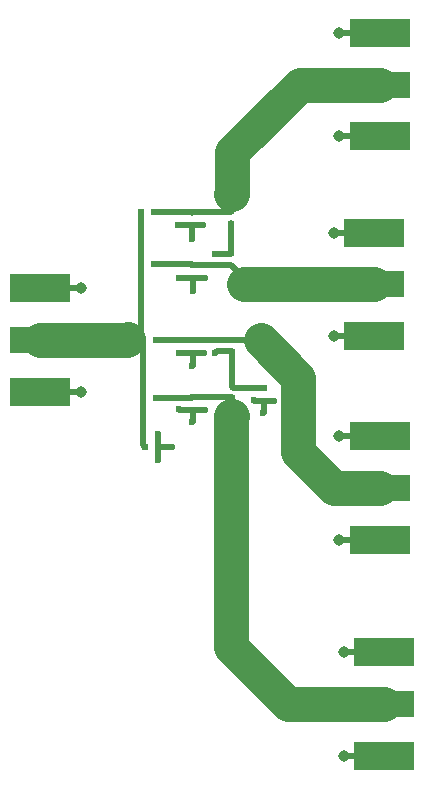
<source format=gtl>
G04 #@! TF.FileFunction,Copper,L1,Top,Signal*
%FSLAX46Y46*%
G04 Gerber Fmt 4.6, Leading zero omitted, Abs format (unit mm)*
G04 Created by KiCad (PCBNEW 4.0.2+dfsg1-stable) date Mo 06 Nov 2017 22:22:18 CET*
%MOMM*%
G01*
G04 APERTURE LIST*
%ADD10C,1.000000*%
%ADD11R,5.080000X2.290000*%
%ADD12R,5.080000X2.420000*%
%ADD13C,0.970000*%
%ADD14R,0.890000X0.460000*%
%ADD15R,0.600000X0.500000*%
%ADD16R,0.500000X0.600000*%
%ADD17R,0.600000X0.400000*%
%ADD18C,0.600000*%
%ADD19C,0.500000*%
%ADD20C,2.925080*%
G04 APERTURE END LIST*
D10*
D11*
X133820000Y-83500000D03*
D12*
X133820000Y-87880000D03*
X133820000Y-79120000D03*
D13*
X130380000Y-87880000D03*
X130380000Y-79120000D03*
D14*
X130830000Y-87880000D03*
X130830000Y-79120000D03*
D11*
X133820000Y-117650000D03*
D12*
X133820000Y-122030000D03*
X133820000Y-113270000D03*
D13*
X130380000Y-122030000D03*
X130380000Y-113270000D03*
D14*
X130830000Y-122030000D03*
X130830000Y-113270000D03*
D15*
X113950000Y-114200000D03*
X115050000Y-114200000D03*
D16*
X117900000Y-95400000D03*
X117900000Y-94300000D03*
X118000000Y-99850000D03*
X118000000Y-98750000D03*
X118000000Y-106250000D03*
X118000000Y-105150000D03*
X118000000Y-109950000D03*
X118000000Y-111050000D03*
X124000000Y-110250000D03*
X124000000Y-109150000D03*
D15*
X113650000Y-94300000D03*
X114750000Y-94300000D03*
X113650000Y-98700000D03*
X114750000Y-98700000D03*
X113750000Y-105100000D03*
X114850000Y-105100000D03*
X113750000Y-110000000D03*
X114850000Y-110000000D03*
D11*
X105080000Y-105100000D03*
D12*
X105080000Y-100720000D03*
X105080000Y-109480000D03*
D13*
X108520000Y-100720000D03*
X108520000Y-109480000D03*
D14*
X108070000Y-100720000D03*
X108070000Y-109480000D03*
D11*
X133370000Y-100400000D03*
D12*
X133370000Y-104780000D03*
X133370000Y-96020000D03*
D13*
X129930000Y-104780000D03*
X129930000Y-96020000D03*
D14*
X130380000Y-104780000D03*
X130380000Y-96020000D03*
D11*
X134220000Y-135950000D03*
D12*
X134220000Y-140330000D03*
X134220000Y-131570000D03*
D13*
X130780000Y-140330000D03*
X130780000Y-131570000D03*
D14*
X131230000Y-140330000D03*
X131230000Y-131570000D03*
D17*
X121200000Y-94300000D03*
X121200000Y-95200000D03*
X121200000Y-98750000D03*
X121200000Y-97850000D03*
X121300000Y-105150000D03*
X121300000Y-106050000D03*
X121300000Y-109950000D03*
X121300000Y-109050000D03*
D18*
X123150000Y-110200000D03*
X124900000Y-110250000D03*
X123975000Y-111325000D03*
X115050000Y-113100000D03*
X116275000Y-114200000D03*
X115075000Y-115300000D03*
X119025000Y-111025000D03*
X117975000Y-112075000D03*
X116800000Y-111000000D03*
X118975000Y-106250000D03*
X116800000Y-106225000D03*
X116825000Y-99825000D03*
X119075000Y-99875000D03*
X118050000Y-100975000D03*
X118900000Y-95400000D03*
X116725000Y-95350000D03*
X117950000Y-107350000D03*
X117950000Y-96525000D03*
X119900000Y-106200000D03*
X119900000Y-97800000D03*
D19*
X113750000Y-110000000D02*
X113750000Y-114000000D01*
X113750000Y-114000000D02*
X113950000Y-114200000D01*
X113750000Y-105100000D02*
X113750000Y-110000000D01*
X113650000Y-98700000D02*
X113650000Y-94300000D01*
X113650000Y-98700000D02*
X113650000Y-105000000D01*
X113650000Y-105000000D02*
X113750000Y-105100000D01*
X105080000Y-105100000D02*
X113750000Y-105100000D01*
D20*
X105080000Y-105100000D02*
X112450000Y-105100000D01*
X112450000Y-105100000D02*
X112500000Y-105050000D01*
D19*
X133820000Y-79120000D02*
X130380000Y-79120000D01*
X133820000Y-87880000D02*
X130380000Y-87880000D01*
X133370000Y-96020000D02*
X129930000Y-96020000D01*
X124000000Y-110250000D02*
X123200000Y-110250000D01*
X123200000Y-110250000D02*
X123150000Y-110200000D01*
X124000000Y-110250000D02*
X124900000Y-110250000D01*
X124000000Y-110250000D02*
X124000000Y-111300000D01*
X124000000Y-111300000D02*
X123975000Y-111325000D01*
X115050000Y-114200000D02*
X115050000Y-113100000D01*
X115050000Y-114200000D02*
X116275000Y-114200000D01*
X115050000Y-114200000D02*
X115050000Y-115275000D01*
X115050000Y-115275000D02*
X115075000Y-115300000D01*
X118000000Y-111050000D02*
X119000000Y-111050000D01*
X119000000Y-111050000D02*
X119025000Y-111025000D01*
X118000000Y-111050000D02*
X118000000Y-112050000D01*
X118000000Y-112050000D02*
X117975000Y-112075000D01*
X118000000Y-111050000D02*
X116850000Y-111050000D01*
X116850000Y-111050000D02*
X116800000Y-111000000D01*
X118000000Y-106250000D02*
X118975000Y-106250000D01*
X118000000Y-106250000D02*
X116825000Y-106250000D01*
X116825000Y-106250000D02*
X116800000Y-106225000D01*
X118000000Y-99850000D02*
X116850000Y-99850000D01*
X116850000Y-99850000D02*
X116825000Y-99825000D01*
X118000000Y-99850000D02*
X119050000Y-99850000D01*
X119050000Y-99850000D02*
X119075000Y-99875000D01*
X118000000Y-99850000D02*
X118000000Y-100925000D01*
X118000000Y-100925000D02*
X118050000Y-100975000D01*
X117900000Y-95400000D02*
X118900000Y-95400000D01*
X117900000Y-95400000D02*
X116775000Y-95400000D01*
X116775000Y-95400000D02*
X116725000Y-95350000D01*
X133370000Y-104780000D02*
X129930000Y-104780000D01*
X133820000Y-113270000D02*
X130380000Y-113270000D01*
X133820000Y-122030000D02*
X130380000Y-122030000D01*
X134220000Y-140330000D02*
X130780000Y-140330000D01*
X134220000Y-131570000D02*
X130780000Y-131570000D01*
X105080000Y-109480000D02*
X108520000Y-109480000D01*
X105080000Y-100720000D02*
X108520000Y-100720000D01*
X118000000Y-106250000D02*
X118000000Y-107300000D01*
X118000000Y-107300000D02*
X117950000Y-107350000D01*
X117900000Y-95400000D02*
X117900000Y-96475000D01*
X117900000Y-96475000D02*
X117950000Y-96525000D01*
D20*
X133820000Y-83500000D02*
X127050000Y-83500000D01*
X121350000Y-92750000D02*
X121200000Y-92750000D01*
X121350000Y-89200000D02*
X121350000Y-92750000D01*
X127050000Y-83500000D02*
X121350000Y-89200000D01*
D19*
X121200000Y-94300000D02*
X121200000Y-92750000D01*
X117900000Y-94300000D02*
X121200000Y-94300000D01*
X114750000Y-94300000D02*
X117900000Y-94300000D01*
X117900000Y-94300000D02*
X117950000Y-94350000D01*
D20*
X133370000Y-100400000D02*
X122350000Y-100400000D01*
D19*
X121200000Y-98750000D02*
X122850000Y-100400000D01*
X122850000Y-100400000D02*
X133370000Y-100400000D01*
X118000000Y-98750000D02*
X121200000Y-98750000D01*
X117950000Y-98700000D02*
X118000000Y-98750000D01*
X114750000Y-98700000D02*
X117950000Y-98700000D01*
D20*
X133820000Y-117650000D02*
X130000000Y-117650000D01*
X130000000Y-117650000D02*
X126950000Y-114600000D01*
X126950000Y-114600000D02*
X126950000Y-108350000D01*
X126950000Y-108350000D02*
X123750000Y-105150000D01*
D19*
X121300000Y-105150000D02*
X123750000Y-105150000D01*
X126950000Y-114600000D02*
X130000000Y-117650000D01*
X126950000Y-108350000D02*
X126950000Y-114600000D01*
X123750000Y-105150000D02*
X126950000Y-108350000D01*
X118000000Y-105150000D02*
X121300000Y-105150000D01*
X114850000Y-105100000D02*
X117950000Y-105100000D01*
X117950000Y-105100000D02*
X118000000Y-105150000D01*
D20*
X134220000Y-135950000D02*
X126100000Y-135950000D01*
X121250000Y-111550000D02*
X121300000Y-111550000D01*
X121250000Y-131100000D02*
X121250000Y-111550000D01*
X126100000Y-135950000D02*
X121250000Y-131100000D01*
D19*
X121300000Y-109950000D02*
X121300000Y-111550000D01*
X118000000Y-109950000D02*
X121300000Y-109950000D01*
X114850000Y-110000000D02*
X117950000Y-110000000D01*
X117950000Y-110000000D02*
X118000000Y-109950000D01*
X121300000Y-109050000D02*
X121400000Y-109150000D01*
X121400000Y-109150000D02*
X124000000Y-109150000D01*
X120050000Y-106050000D02*
X121300000Y-106050000D01*
X119900000Y-106200000D02*
X120050000Y-106050000D01*
X121200000Y-97850000D02*
X119950000Y-97850000D01*
X119950000Y-97850000D02*
X119900000Y-97800000D01*
X121300000Y-109050000D02*
X121300000Y-106050000D01*
X121200000Y-95200000D02*
X121200000Y-97850000D01*
M02*

</source>
